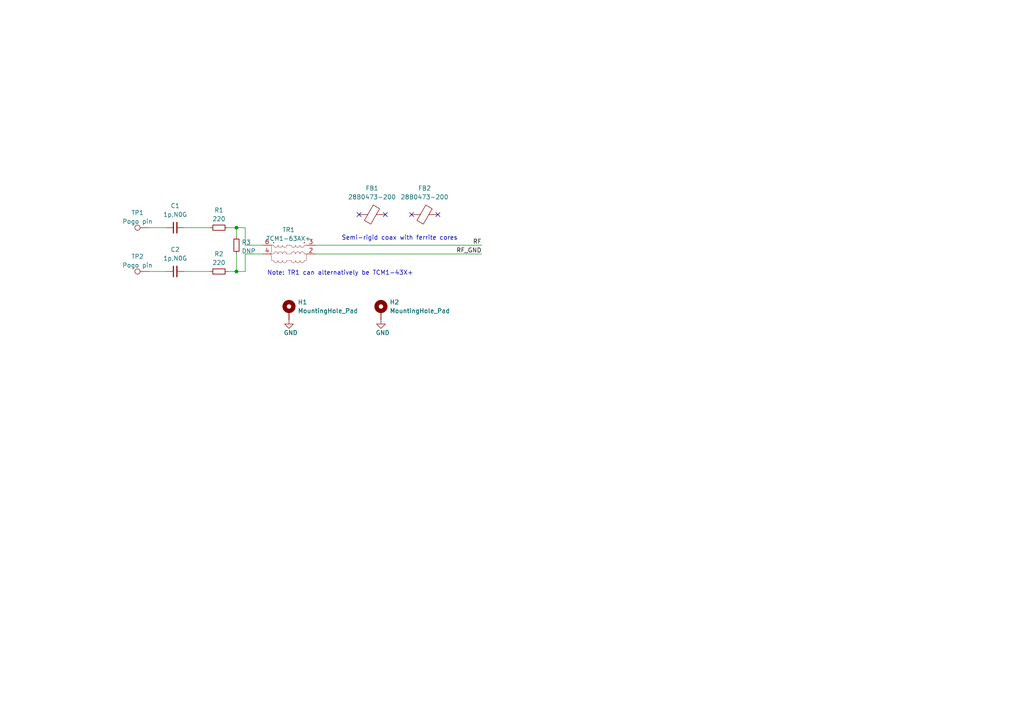
<source format=kicad_sch>
(kicad_sch (version 20230121) (generator eeschema)
  (paper "A4")
  (lib_symbols
    (symbol "Connector:TestPoint" (pin_numbers hide) (pin_names (offset 0.762) hide)
      (property "Reference" "TP" (at 0 6.858 0))
      (property "Value" "TestPoint" (at 0 5.08 0))
      (symbol "TestPoint_0_1"
        (circle (center 0 3.302) (radius 0.762))
      )
      (symbol "TestPoint_1_1"
        (pin passive line (at 0 0 90) (length 2.54) (name "1") (number "1"))
      )
    )
    (symbol "Device:C_Small" (pin_numbers hide) (pin_names (offset 0.254) hide)
      (property "Reference" "C" (at 0.254 1.778 0))
      (property "Value" "C_Small" (at 0.254 -2.032 0))
      (symbol "C_Small_0_1"
        (polyline (pts (xy -1.524 -0.508) (xy 1.524 -0.508)) (stroke (width 0.3302)))
        (polyline (pts (xy -1.524 0.508) (xy 1.524 0.508)) (stroke (width 0.3048)))
      )
      (symbol "C_Small_1_1"
        (pin passive line (at 0 2.54 270) (length 2.032) (name "~") (number "1"))
        (pin passive line (at 0 -2.54 90) (length 2.032) (name "~") (number "2"))
      )
    )
    (symbol "Device:FerriteBead" (pin_numbers hide) (pin_names (offset 0))
      (property "Reference" "FB" (at -3.81 0.635 90))
      (property "Value" "FerriteBead" (at 3.81 0 90))
      (symbol "FerriteBead_0_1"
        (polyline (pts (xy 0 -1.27) (xy 0 -1.2192)))
        (polyline (pts (xy 0 1.27) (xy 0 1.2954)))
        (polyline (pts (xy -2.7686 0.4064) (xy -1.7018 2.2606) (xy 2.7686 -0.3048) (xy 1.6764 -2.159) (xy -2.7686 0.4064)))
      )
      (symbol "FerriteBead_1_1"
        (pin passive line (at 0 3.81 270) (length 2.54) (name "~") (number "1"))
        (pin passive line (at 0 -3.81 90) (length 2.54) (name "~") (number "2"))
      )
    )
    (symbol "Device:R_Small" (pin_numbers hide) (pin_names (offset 0.254) hide)
      (property "Reference" "R" (at 0.762 0.508 0))
      (property "Value" "R_Small" (at 0.762 -1.016 0))
      (symbol "R_Small_0_1"
        (rectangle (start -0.762 1.778) (end 0.762 -1.778) (stroke (width 0.2032)))
      )
      (symbol "R_Small_1_1"
        (pin passive line (at 0 2.54 270) (length 0.762) (name "~") (number "1"))
        (pin passive line (at 0 -2.54 90) (length 0.762) (name "~") (number "2"))
      )
    )
    (symbol "Mechanical:MountingHole_Pad" (pin_numbers hide) (pin_names (offset 1.016) hide)
      (property "Reference" "H" (at 0 6.35 0))
      (property "Value" "MountingHole_Pad" (at 0 4.445 0))
      (symbol "MountingHole_Pad_0_1"
        (circle (center 0 1.27) (radius 1.27) (stroke (width 1.27)))
      )
      (symbol "MountingHole_Pad_1_1"
        (pin input line (at 0 -2.54 90) (length 2.54) (name "1") (number "1"))
      )
    )
    (symbol "Transformer2:TCM1-63AX+"
      (property "Reference" "TR" (at 0 2.54 0))
      (property "Value" "TCM1-63AX+" (at 0 -7.62 0))
      (symbol "TCM1-63AX+_0_1"
        (arc (start -4.445 -4.445) (mid -4.259 -4.894) (end -3.81 -5.08) (stroke (width 0.0005)))
        (arc (start -4.445 0) (mid -4.259 -0.449) (end -3.81 -0.635) (stroke (width 0.0005)))
        (circle (center -4.445 0.762) (radius 0.127) (stroke (width 0.001)) (fill (type outline)))
        (arc (start -3.81 -5.08) (mid -3.361 -4.894) (end -3.175 -4.445) (stroke (width 0.0005)))
        (arc (start -3.81 -1.905) (mid -4.259 -2.091) (end -4.445 -2.54) (stroke (width 0.0005)))
        (arc (start -3.81 -0.635) (mid -3.361 -0.449) (end -3.175 0) (stroke (width 0.0005)))
        (arc (start -3.175 -4.445) (mid -2.989 -4.894) (end -2.54 -5.08) (stroke (width 0.0005)))
        (arc (start -3.175 -2.54) (mid -3.361 -2.091) (end -3.81 -1.905) (stroke (width 0.0005)))
        (arc (start -3.175 0) (mid -2.989 -0.449) (end -2.54 -0.635) (stroke (width 0.0005)))
        (arc (start -2.54 -5.08) (mid -2.091 -4.894) (end -1.905 -4.445) (stroke (width 0.0005)))
        (arc (start -2.54 -1.905) (mid -2.989 -2.091) (end -3.175 -2.54) (stroke (width 0.0005)))
        (arc (start -2.54 -0.635) (mid -2.091 -0.449) (end -1.905 0) (stroke (width 0.0005)))
        (arc (start -1.905 -4.445) (mid -1.719 -4.894) (end -1.27 -5.08) (stroke (width 0.0005)))
        (arc (start -1.905 -2.54) (mid -2.091 -2.091) (end -2.54 -1.905) (stroke (width 0.0005)))
        (arc (start -1.905 0) (mid -1.719 -0.449) (end -1.27 -0.635) (stroke (width 0.0005)))
        (arc (start -1.27 -5.08) (mid -0.821 -4.894) (end -0.635 -4.445) (stroke (width 0.0005)))
        (arc (start -1.27 -1.905) (mid -1.719 -2.091) (end -1.905 -2.54) (stroke (width 0.0005)))
        (arc (start -1.27 -0.635) (mid -0.821 -0.449) (end -0.635 0) (stroke (width 0.0005)))
        (arc (start -0.635 -2.54) (mid -0.821 -2.091) (end -1.27 -1.905) (stroke (width 0.0005)))
        (polyline (pts (xy -5.08 -2.54) (xy -4.445 -2.54)) (stroke (width 0.0005)))
        (polyline (pts (xy -5.08 0) (xy -4.445 0)) (stroke (width 0.0005)))
        (polyline (pts (xy -0.635 -4.445) (xy 0.635 -4.445)) (stroke (width 0.0005)))
        (polyline (pts (xy -0.635 -2.54) (xy 0.635 -2.54)) (stroke (width 0.0005)))
        (polyline (pts (xy 0.635 0) (xy -0.635 0)) (stroke (width 0.0005)))
        (polyline (pts (xy 4.445 -2.54) (xy 5.08 -2.54)) (stroke (width 0.0005)))
        (polyline (pts (xy 5.08 0) (xy 4.445 0)) (stroke (width 0.0005)))
        (polyline (pts (xy 5.08 0) (xy 5.08 -1.905)) (stroke (width 0.0005)))
        (polyline (pts (xy -5.08 -2.54) (xy -5.08 -4.445) (xy -4.445 -4.445)) (stroke (width 0.0005)))
        (polyline (pts (xy 4.445 -4.445) (xy 5.08 -4.445) (xy 5.08 -3.175)) (stroke (width 0.0005)))
        (arc (start 0.635 -4.445) (mid 0.821 -4.894) (end 1.27 -5.08) (stroke (width 0.0005)))
        (arc (start 0.635 0) (mid 0.821 -0.449) (end 1.27 -0.635) (stroke (width 0.0005)))
        (arc (start 1.27 -5.08) (mid 1.719 -4.894) (end 1.905 -4.445) (stroke (width 0.0005)))
        (arc (start 1.27 -1.905) (mid 0.821 -2.091) (end 0.635 -2.54) (stroke (width 0.0005)))
        (arc (start 1.27 -0.635) (mid 1.719 -0.449) (end 1.905 0) (stroke (width 0.0005)))
        (arc (start 1.905 -4.445) (mid 2.091 -4.894) (end 2.54 -5.08) (stroke (width 0.0005)))
        (arc (start 1.905 -2.54) (mid 1.719 -2.091) (end 1.27 -1.905) (stroke (width 0.0005)))
        (arc (start 1.905 0) (mid 2.091 -0.449) (end 2.54 -0.635) (stroke (width 0.0005)))
        (arc (start 2.54 -5.08) (mid 2.989 -4.894) (end 3.175 -4.445) (stroke (width 0.0005)))
        (arc (start 2.54 -1.905) (mid 2.091 -2.091) (end 1.905 -2.54) (stroke (width 0.0005)))
        (arc (start 2.54 -0.635) (mid 2.989 -0.449) (end 3.175 0) (stroke (width 0.0005)))
        (arc (start 3.175 -4.445) (mid 3.361 -4.894) (end 3.81 -5.08) (stroke (width 0.0005)))
        (arc (start 3.175 -2.54) (mid 2.989 -2.091) (end 2.54 -1.905) (stroke (width 0.0005)))
        (arc (start 3.175 0) (mid 3.361 -0.449) (end 3.81 -0.635) (stroke (width 0.0005)))
        (arc (start 3.81 -5.08) (mid 4.259 -4.894) (end 4.445 -4.445) (stroke (width 0.0005)))
        (arc (start 3.81 -1.905) (mid 3.361 -2.091) (end 3.175 -2.54) (stroke (width 0.0005)))
        (arc (start 3.81 -0.635) (mid 4.259 -0.449) (end 4.445 0) (stroke (width 0.0005)))
        (arc (start 4.445 -2.54) (mid 4.259 -2.091) (end 3.81 -1.905) (stroke (width 0.0005)))
        (circle (center 4.445 0.762) (radius 0.127) (stroke (width 0.001)) (fill (type outline)))
        (arc (start 5.08 -3.175) (mid 5.343 -2.54) (end 5.08 -1.905) (stroke (width 0.0005)))
      )
      (symbol "TCM1-63AX+_1_1"
        (pin passive line (at -7.62 -2.54 0) (length 2.54) (name "~") (number "2"))
        (pin passive line (at -7.62 0 0) (length 2.54) (name "~") (number "3"))
        (pin passive line (at 7.62 -2.54 180) (length 2.54) (name "~") (number "4"))
        (pin passive line (at 7.62 0 180) (length 2.54) (name "~") (number "6"))
      )
    )
    (symbol "power:GND" (power) (pin_names (offset 0))
      (property "Value" "GND" (at 0 -3.81 0))
      (symbol "GND_0_1"
        (polyline (pts (xy 0 0) (xy 0 -1.27) (xy 1.27 -1.27) (xy 0 -2.54) (xy -1.27 -1.27) (xy 0 -1.27)))
      )
      (symbol "GND_1_1"
        (pin power_in line (at 0 0 270) (length 0) hide (name "GND") (number "1"))
      )
    )
  )
  (junction (at 68.58 66.04))
  (junction (at 68.58 78.74))
  (no_connect (at 119.38 62.23))
  (no_connect (at 127 62.23))
  (no_connect (at 104.14 62.23))
  (no_connect (at 111.76 62.23))
  (wire (pts (xy 71.12 66.04) (xy 71.12 71.12)))
  (wire (pts (xy 66.04 66.04) (xy 68.58 66.04)))
  (wire (pts (xy 68.58 66.04) (xy 68.58 68.58)))
  (wire (pts (xy 43.18 78.74) (xy 48.26 78.74)))
  (wire (pts (xy 53.34 78.74) (xy 60.96 78.74)))
  (wire (pts (xy 53.34 66.04) (xy 60.96 66.04)))
  (wire (pts (xy 71.12 71.12) (xy 76.2 71.12)))
  (wire (pts (xy 68.58 73.66) (xy 68.58 78.74)))
  (wire (pts (xy 91.44 71.12) (xy 139.7 71.12)))
  (wire (pts (xy 91.44 73.66) (xy 139.7 73.66)))
  (wire (pts (xy 76.2 73.66) (xy 71.12 73.66)))
  (wire (pts (xy 68.58 78.74) (xy 71.12 78.74)))
  (wire (pts (xy 71.12 73.66) (xy 71.12 78.74)))
  (wire (pts (xy 43.18 66.04) (xy 48.26 66.04)))
  (wire (pts (xy 68.58 66.04) (xy 71.12 66.04)))
  (wire (pts (xy 66.04 78.74) (xy 68.58 78.74)))
  (text "Semi-rigid coax with ferrite cores" (at 99.06 69.85 0) (effects (font (size 1.27 1.27)) (justify left bottom)))
  (text "Note: TR1 can alternatively be TCM1-43X+" (at 77.47 80.01 0) (effects (font (size 1.27 1.27)) (justify left bottom)))
  (label "RF" (at 139.7 71.12 180))
  (label "RF_GND" (at 139.7 73.66 180))
  (symbol (lib_id "Device:C_Small") (at 50.8 66.04 90) (unit 1)
    (property "Reference" "C1" (at 50.8063 59.69 90))
    (property "Value" "1p,N0G" (at 50.8063 62.23 90))
    (property "Footprint" "IPC7351C:C_0402_1005Metric" (effects hide))
    (property "Manufacturer" "Murata Electronics" (effects hide))
    (property "Part number" "GCM1555C1H1R0CA16D" (effects hide))
  )
  (symbol (lib_id "Connector:TestPoint") (at 43.18 66.04 90) (unit 1)
    (property "Reference" "TP1" (at 39.878 61.7052 90))
    (property "Value" "Pogo pin" (at 39.878 64.2421 90))
    (property "Footprint" "TestPoint:TestPoint_Loop_D1.80mm_Drill1.0mm_Beaded" (effects hide))
    (property "Manufacturer" "Kyocera AVX" (effects hide))
    (property "Part number" "709150001020006" (effects hide))
  )
  (symbol (lib_id "Mechanical:MountingHole_Pad") (at 110.49 90.17 0) (unit 1) (in_bom no)
    (property "Reference" "H2" (at 113.03 87.6299 0) (effects (justify left)))
    (property "Value" "MountingHole_Pad" (at 113.03 90.1699 0) (effects (justify left)))
    (property "Footprint" "MountingHole:MountingHole_2.7mm_M2.5_Pad" (effects hide))
  )
  (symbol (lib_id "Mechanical:MountingHole_Pad") (at 83.82 90.17 0) (unit 1) (in_bom no)
    (property "Reference" "H1" (at 86.36 87.6299 0) (effects (justify left)))
    (property "Value" "MountingHole_Pad" (at 86.36 90.1699 0) (effects (justify left)))
    (property "Footprint" "MountingHole:MountingHole_2.7mm_M2.5_Pad" (effects hide))
  )
  (symbol (lib_id "power:GND") (at 83.82 92.71 0) (unit 1)
    (property "Reference" "#PWR01" (effects hide))
    (property "Value" "GND" (at 86.36 96.52 0) (effects (justify right)))
  )
  (symbol (lib_id "Connector:TestPoint") (at 43.18 78.74 90) (unit 1)
    (property "Reference" "TP2" (at 39.878 74.4052 90))
    (property "Value" "Pogo pin" (at 39.878 76.9421 90))
    (property "Footprint" "TestPoint:TestPoint_Loop_D1.80mm_Drill1.0mm_Beaded" (effects hide))
    (property "Manufacturer" "Kyocera AVX" (effects hide))
    (property "Part number" "709150001020006" (effects hide))
  )
  (symbol (lib_id "Device:C_Small") (at 50.8 78.74 90) (unit 1)
    (property "Reference" "C2" (at 50.8063 72.39 90))
    (property "Value" "1p,N0G" (at 50.8063 74.93 90))
    (property "Footprint" "IPC7351C:C_0402_1005Metric" (effects hide))
    (property "Manufacturer" "Murata Electronics" (effects hide))
    (property "Part number" "GCM1555C1H1R0CA16D" (effects hide))
  )
  (symbol (lib_id "Device:R_Small") (at 63.5 66.04 90) (unit 1)
    (property "Reference" "R1" (at 63.5 60.96 90))
    (property "Value" "220" (at 63.5 63.5 90))
    (property "Footprint" "IPC7351C:R_0402_1005Metric" (effects hide))
    (property "Manufacturer" "Panasonic" (effects hide))
    (property "Part number" "ERJ-H2RD2200X" (effects hide))
  )
  (symbol (lib_id "Transformer2:TCM1-63AX+") (at 83.82 71.12 0) (mirror y) (unit 1)
    (property "Reference" "TR1" (at 83.6885 66.6577 0))
    (property "Value" "TCM1-63AX+" (at 83.6885 69.1946 0))
    (property "Footprint" "Transformer_SMD2:Mini-Circuits_TB-553_LandPatternPL-364" (effects hide))
    (property "Manufacturer" "Mini-Circuits" (effects hide))
    (property "Part number" "TCM1-63AX+" (effects hide))
  )
  (symbol (lib_id "Device:FerriteBead") (at 123.19 62.23 90) (unit 1) (on_board no)
    (property "Reference" "FB2" (at 123.1392 54.61 90))
    (property "Value" "28B0473-200" (at 123.1392 57.15 90))
    (property "Manufacturer" "Laird Performance Materials" (effects hide))
    (property "Part number" "28B0473-200" (effects hide))
  )
  (symbol (lib_id "Device:R_Small") (at 63.5 78.74 90) (unit 1)
    (property "Reference" "R2" (at 63.5 73.66 90))
    (property "Value" "220" (at 63.5 76.2 90))
    (property "Footprint" "IPC7351C:R_0402_1005Metric" (effects hide))
    (property "Manufacturer" "Panasonic" (effects hide))
    (property "Part number" "ERJ-H2RD2200X" (effects hide))
  )
  (symbol (lib_id "Device:FerriteBead") (at 107.95 62.23 90) (unit 1) (on_board no)
    (property "Reference" "FB1" (at 107.8992 54.61 90))
    (property "Value" "28B0473-200" (at 107.8992 57.15 90))
    (property "Manufacturer" "Laird Performance Materials" (effects hide))
    (property "Part number" "28B0473-200" (effects hide))
  )
  (symbol (lib_id "Device:R_Small") (at 68.58 71.12 180) (unit 1)
    (property "Reference" "R3" (at 70.0786 70.2853 0) (effects (justify right)))
    (property "Value" "DNP" (at 70.0786 72.8222 0) (effects (justify right)))
    (property "Footprint" "IPC7351C:R_0402_1005Metric" (effects hide))
  )
  (symbol (lib_id "power:GND") (at 110.49 92.71 0) (unit 1)
    (property "Reference" "#PWR02" (effects hide))
    (property "Value" "GND" (at 113.03 96.52 0) (effects (justify right)))
  )
)
</source>
